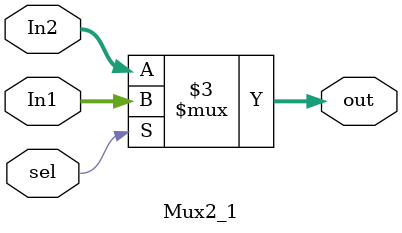
<source format=v>
module Mux2_1
#(parameter WIDTH =32 ) (
          input [WIDTH-1:0] In1,
          input [WIDTH-1:0] In2,
          input sel,
          output reg [WIDTH-1:0] out
    );
always@(*)
if(sel)
out = In1 ;
else
out = In2 ;
endmodule
</source>
